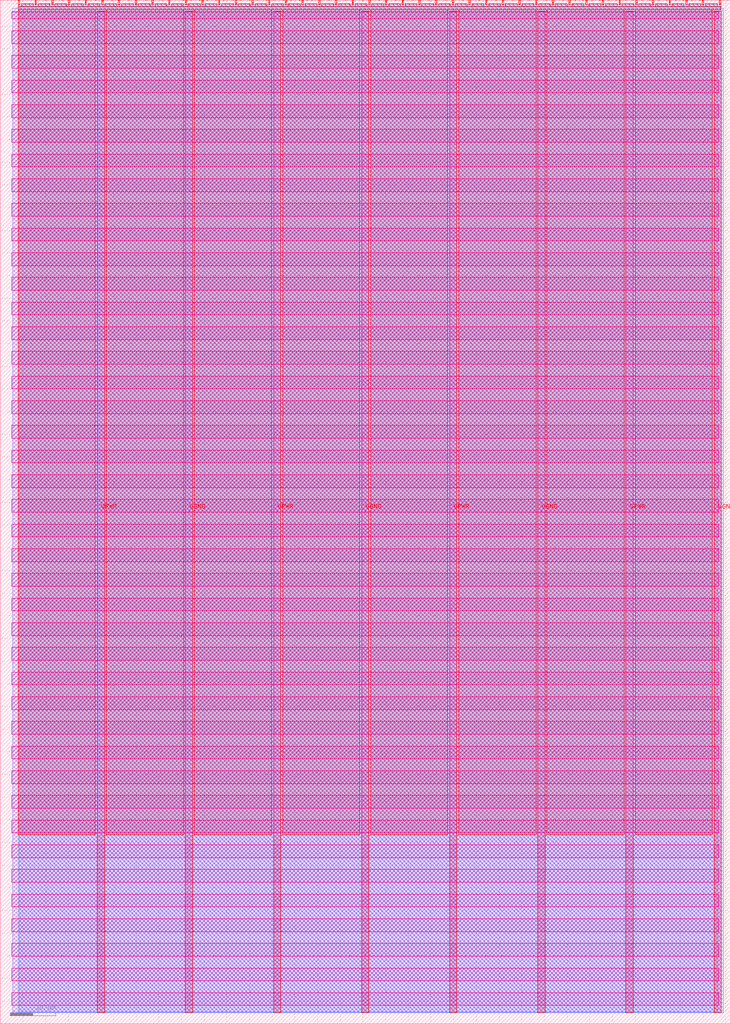
<source format=lef>
VERSION 5.7 ;
  NOWIREEXTENSIONATPIN ON ;
  DIVIDERCHAR "/" ;
  BUSBITCHARS "[]" ;
MACRO tt_um_rejunity_fp4_mul_i8
  CLASS BLOCK ;
  FOREIGN tt_um_rejunity_fp4_mul_i8 ;
  ORIGIN 0.000 0.000 ;
  SIZE 161.000 BY 225.760 ;
  PIN VGND
    DIRECTION INOUT ;
    USE GROUND ;
    PORT
      LAYER met4 ;
        RECT 40.830 2.480 42.430 223.280 ;
    END
    PORT
      LAYER met4 ;
        RECT 79.700 2.480 81.300 223.280 ;
    END
    PORT
      LAYER met4 ;
        RECT 118.570 2.480 120.170 223.280 ;
    END
    PORT
      LAYER met4 ;
        RECT 157.440 2.480 159.040 223.280 ;
    END
  END VGND
  PIN VPWR
    DIRECTION INOUT ;
    USE POWER ;
    PORT
      LAYER met4 ;
        RECT 21.395 2.480 22.995 223.280 ;
    END
    PORT
      LAYER met4 ;
        RECT 60.265 2.480 61.865 223.280 ;
    END
    PORT
      LAYER met4 ;
        RECT 99.135 2.480 100.735 223.280 ;
    END
    PORT
      LAYER met4 ;
        RECT 138.005 2.480 139.605 223.280 ;
    END
  END VPWR
  PIN clk
    DIRECTION INPUT ;
    USE SIGNAL ;
    ANTENNAGATEAREA 0.852000 ;
    PORT
      LAYER met4 ;
        RECT 154.870 224.760 155.170 225.760 ;
    END
  END clk
  PIN ena
    DIRECTION INPUT ;
    USE SIGNAL ;
    ANTENNAGATEAREA 0.213000 ;
    PORT
      LAYER met4 ;
        RECT 158.550 224.760 158.850 225.760 ;
    END
  END ena
  PIN rst_n
    DIRECTION INPUT ;
    USE SIGNAL ;
    ANTENNAGATEAREA 0.213000 ;
    PORT
      LAYER met4 ;
        RECT 151.190 224.760 151.490 225.760 ;
    END
  END rst_n
  PIN ui_in[0]
    DIRECTION INPUT ;
    USE SIGNAL ;
    ANTENNAGATEAREA 0.196500 ;
    PORT
      LAYER met4 ;
        RECT 147.510 224.760 147.810 225.760 ;
    END
  END ui_in[0]
  PIN ui_in[1]
    DIRECTION INPUT ;
    USE SIGNAL ;
    ANTENNAGATEAREA 0.196500 ;
    PORT
      LAYER met4 ;
        RECT 143.830 224.760 144.130 225.760 ;
    END
  END ui_in[1]
  PIN ui_in[2]
    DIRECTION INPUT ;
    USE SIGNAL ;
    ANTENNAGATEAREA 0.196500 ;
    PORT
      LAYER met4 ;
        RECT 140.150 224.760 140.450 225.760 ;
    END
  END ui_in[2]
  PIN ui_in[3]
    DIRECTION INPUT ;
    USE SIGNAL ;
    ANTENNAGATEAREA 0.196500 ;
    PORT
      LAYER met4 ;
        RECT 136.470 224.760 136.770 225.760 ;
    END
  END ui_in[3]
  PIN ui_in[4]
    DIRECTION INPUT ;
    USE SIGNAL ;
    ANTENNAGATEAREA 0.196500 ;
    PORT
      LAYER met4 ;
        RECT 132.790 224.760 133.090 225.760 ;
    END
  END ui_in[4]
  PIN ui_in[5]
    DIRECTION INPUT ;
    USE SIGNAL ;
    ANTENNAGATEAREA 0.196500 ;
    PORT
      LAYER met4 ;
        RECT 129.110 224.760 129.410 225.760 ;
    END
  END ui_in[5]
  PIN ui_in[6]
    DIRECTION INPUT ;
    USE SIGNAL ;
    ANTENNAGATEAREA 0.196500 ;
    PORT
      LAYER met4 ;
        RECT 125.430 224.760 125.730 225.760 ;
    END
  END ui_in[6]
  PIN ui_in[7]
    DIRECTION INPUT ;
    USE SIGNAL ;
    ANTENNAGATEAREA 0.196500 ;
    PORT
      LAYER met4 ;
        RECT 121.750 224.760 122.050 225.760 ;
    END
  END ui_in[7]
  PIN uio_in[0]
    DIRECTION INPUT ;
    USE SIGNAL ;
    ANTENNAGATEAREA 0.196500 ;
    PORT
      LAYER met4 ;
        RECT 118.070 224.760 118.370 225.760 ;
    END
  END uio_in[0]
  PIN uio_in[1]
    DIRECTION INPUT ;
    USE SIGNAL ;
    ANTENNAGATEAREA 0.196500 ;
    PORT
      LAYER met4 ;
        RECT 114.390 224.760 114.690 225.760 ;
    END
  END uio_in[1]
  PIN uio_in[2]
    DIRECTION INPUT ;
    USE SIGNAL ;
    ANTENNAGATEAREA 0.196500 ;
    PORT
      LAYER met4 ;
        RECT 110.710 224.760 111.010 225.760 ;
    END
  END uio_in[2]
  PIN uio_in[3]
    DIRECTION INPUT ;
    USE SIGNAL ;
    ANTENNAGATEAREA 0.196500 ;
    PORT
      LAYER met4 ;
        RECT 107.030 224.760 107.330 225.760 ;
    END
  END uio_in[3]
  PIN uio_in[4]
    DIRECTION INPUT ;
    USE SIGNAL ;
    ANTENNAGATEAREA 0.196500 ;
    PORT
      LAYER met4 ;
        RECT 103.350 224.760 103.650 225.760 ;
    END
  END uio_in[4]
  PIN uio_in[5]
    DIRECTION INPUT ;
    USE SIGNAL ;
    ANTENNAGATEAREA 0.196500 ;
    PORT
      LAYER met4 ;
        RECT 99.670 224.760 99.970 225.760 ;
    END
  END uio_in[5]
  PIN uio_in[6]
    DIRECTION INPUT ;
    USE SIGNAL ;
    ANTENNAGATEAREA 0.196500 ;
    PORT
      LAYER met4 ;
        RECT 95.990 224.760 96.290 225.760 ;
    END
  END uio_in[6]
  PIN uio_in[7]
    DIRECTION INPUT ;
    USE SIGNAL ;
    ANTENNAGATEAREA 0.196500 ;
    PORT
      LAYER met4 ;
        RECT 92.310 224.760 92.610 225.760 ;
    END
  END uio_in[7]
  PIN uio_oe[0]
    DIRECTION OUTPUT TRISTATE ;
    USE SIGNAL ;
    PORT
      LAYER met4 ;
        RECT 29.750 224.760 30.050 225.760 ;
    END
  END uio_oe[0]
  PIN uio_oe[1]
    DIRECTION OUTPUT TRISTATE ;
    USE SIGNAL ;
    PORT
      LAYER met4 ;
        RECT 26.070 224.760 26.370 225.760 ;
    END
  END uio_oe[1]
  PIN uio_oe[2]
    DIRECTION OUTPUT TRISTATE ;
    USE SIGNAL ;
    PORT
      LAYER met4 ;
        RECT 22.390 224.760 22.690 225.760 ;
    END
  END uio_oe[2]
  PIN uio_oe[3]
    DIRECTION OUTPUT TRISTATE ;
    USE SIGNAL ;
    PORT
      LAYER met4 ;
        RECT 18.710 224.760 19.010 225.760 ;
    END
  END uio_oe[3]
  PIN uio_oe[4]
    DIRECTION OUTPUT TRISTATE ;
    USE SIGNAL ;
    PORT
      LAYER met4 ;
        RECT 15.030 224.760 15.330 225.760 ;
    END
  END uio_oe[4]
  PIN uio_oe[5]
    DIRECTION OUTPUT TRISTATE ;
    USE SIGNAL ;
    PORT
      LAYER met4 ;
        RECT 11.350 224.760 11.650 225.760 ;
    END
  END uio_oe[5]
  PIN uio_oe[6]
    DIRECTION OUTPUT TRISTATE ;
    USE SIGNAL ;
    PORT
      LAYER met4 ;
        RECT 7.670 224.760 7.970 225.760 ;
    END
  END uio_oe[6]
  PIN uio_oe[7]
    DIRECTION OUTPUT TRISTATE ;
    USE SIGNAL ;
    PORT
      LAYER met4 ;
        RECT 3.990 224.760 4.290 225.760 ;
    END
  END uio_oe[7]
  PIN uio_out[0]
    DIRECTION OUTPUT TRISTATE ;
    USE SIGNAL ;
    PORT
      LAYER met4 ;
        RECT 59.190 224.760 59.490 225.760 ;
    END
  END uio_out[0]
  PIN uio_out[1]
    DIRECTION OUTPUT TRISTATE ;
    USE SIGNAL ;
    PORT
      LAYER met4 ;
        RECT 55.510 224.760 55.810 225.760 ;
    END
  END uio_out[1]
  PIN uio_out[2]
    DIRECTION OUTPUT TRISTATE ;
    USE SIGNAL ;
    PORT
      LAYER met4 ;
        RECT 51.830 224.760 52.130 225.760 ;
    END
  END uio_out[2]
  PIN uio_out[3]
    DIRECTION OUTPUT TRISTATE ;
    USE SIGNAL ;
    PORT
      LAYER met4 ;
        RECT 48.150 224.760 48.450 225.760 ;
    END
  END uio_out[3]
  PIN uio_out[4]
    DIRECTION OUTPUT TRISTATE ;
    USE SIGNAL ;
    PORT
      LAYER met4 ;
        RECT 44.470 224.760 44.770 225.760 ;
    END
  END uio_out[4]
  PIN uio_out[5]
    DIRECTION OUTPUT TRISTATE ;
    USE SIGNAL ;
    PORT
      LAYER met4 ;
        RECT 40.790 224.760 41.090 225.760 ;
    END
  END uio_out[5]
  PIN uio_out[6]
    DIRECTION OUTPUT TRISTATE ;
    USE SIGNAL ;
    PORT
      LAYER met4 ;
        RECT 37.110 224.760 37.410 225.760 ;
    END
  END uio_out[6]
  PIN uio_out[7]
    DIRECTION OUTPUT TRISTATE ;
    USE SIGNAL ;
    PORT
      LAYER met4 ;
        RECT 33.430 224.760 33.730 225.760 ;
    END
  END uio_out[7]
  PIN uo_out[0]
    DIRECTION OUTPUT TRISTATE ;
    USE SIGNAL ;
    ANTENNADIFFAREA 0.445500 ;
    PORT
      LAYER met4 ;
        RECT 88.630 224.760 88.930 225.760 ;
    END
  END uo_out[0]
  PIN uo_out[1]
    DIRECTION OUTPUT TRISTATE ;
    USE SIGNAL ;
    ANTENNADIFFAREA 0.445500 ;
    PORT
      LAYER met4 ;
        RECT 84.950 224.760 85.250 225.760 ;
    END
  END uo_out[1]
  PIN uo_out[2]
    DIRECTION OUTPUT TRISTATE ;
    USE SIGNAL ;
    ANTENNADIFFAREA 0.445500 ;
    PORT
      LAYER met4 ;
        RECT 81.270 224.760 81.570 225.760 ;
    END
  END uo_out[2]
  PIN uo_out[3]
    DIRECTION OUTPUT TRISTATE ;
    USE SIGNAL ;
    ANTENNADIFFAREA 0.445500 ;
    PORT
      LAYER met4 ;
        RECT 77.590 224.760 77.890 225.760 ;
    END
  END uo_out[3]
  PIN uo_out[4]
    DIRECTION OUTPUT TRISTATE ;
    USE SIGNAL ;
    ANTENNADIFFAREA 0.445500 ;
    PORT
      LAYER met4 ;
        RECT 73.910 224.760 74.210 225.760 ;
    END
  END uo_out[4]
  PIN uo_out[5]
    DIRECTION OUTPUT TRISTATE ;
    USE SIGNAL ;
    ANTENNADIFFAREA 0.445500 ;
    PORT
      LAYER met4 ;
        RECT 70.230 224.760 70.530 225.760 ;
    END
  END uo_out[5]
  PIN uo_out[6]
    DIRECTION OUTPUT TRISTATE ;
    USE SIGNAL ;
    ANTENNADIFFAREA 0.445500 ;
    PORT
      LAYER met4 ;
        RECT 66.550 224.760 66.850 225.760 ;
    END
  END uo_out[6]
  PIN uo_out[7]
    DIRECTION OUTPUT TRISTATE ;
    USE SIGNAL ;
    ANTENNADIFFAREA 0.445500 ;
    PORT
      LAYER met4 ;
        RECT 62.870 224.760 63.170 225.760 ;
    END
  END uo_out[7]
  OBS
      LAYER nwell ;
        RECT 2.570 221.625 158.430 223.230 ;
        RECT 2.570 216.185 158.430 219.015 ;
        RECT 2.570 210.745 158.430 213.575 ;
        RECT 2.570 205.305 158.430 208.135 ;
        RECT 2.570 199.865 158.430 202.695 ;
        RECT 2.570 194.425 158.430 197.255 ;
        RECT 2.570 188.985 158.430 191.815 ;
        RECT 2.570 183.545 158.430 186.375 ;
        RECT 2.570 178.105 158.430 180.935 ;
        RECT 2.570 172.665 158.430 175.495 ;
        RECT 2.570 167.225 158.430 170.055 ;
        RECT 2.570 161.785 158.430 164.615 ;
        RECT 2.570 156.345 158.430 159.175 ;
        RECT 2.570 150.905 158.430 153.735 ;
        RECT 2.570 145.465 158.430 148.295 ;
        RECT 2.570 140.025 158.430 142.855 ;
        RECT 2.570 134.585 158.430 137.415 ;
        RECT 2.570 129.145 158.430 131.975 ;
        RECT 2.570 123.705 158.430 126.535 ;
        RECT 2.570 118.265 158.430 121.095 ;
        RECT 2.570 112.825 158.430 115.655 ;
        RECT 2.570 107.385 158.430 110.215 ;
        RECT 2.570 101.945 158.430 104.775 ;
        RECT 2.570 96.505 158.430 99.335 ;
        RECT 2.570 91.065 158.430 93.895 ;
        RECT 2.570 85.625 158.430 88.455 ;
        RECT 2.570 80.185 158.430 83.015 ;
        RECT 2.570 74.745 158.430 77.575 ;
        RECT 2.570 69.305 158.430 72.135 ;
        RECT 2.570 63.865 158.430 66.695 ;
        RECT 2.570 58.425 158.430 61.255 ;
        RECT 2.570 52.985 158.430 55.815 ;
        RECT 2.570 47.545 158.430 50.375 ;
        RECT 2.570 42.105 158.430 44.935 ;
        RECT 2.570 36.665 158.430 39.495 ;
        RECT 2.570 31.225 158.430 34.055 ;
        RECT 2.570 25.785 158.430 28.615 ;
        RECT 2.570 20.345 158.430 23.175 ;
        RECT 2.570 14.905 158.430 17.735 ;
        RECT 2.570 9.465 158.430 12.295 ;
        RECT 2.570 4.025 158.430 6.855 ;
      LAYER li1 ;
        RECT 2.760 2.635 158.240 223.125 ;
      LAYER met1 ;
        RECT 2.760 2.480 159.460 224.020 ;
      LAYER met2 ;
        RECT 4.230 2.535 159.010 224.245 ;
      LAYER met3 ;
        RECT 3.950 2.555 159.030 224.900 ;
      LAYER met4 ;
        RECT 4.690 224.360 7.270 224.905 ;
        RECT 8.370 224.360 10.950 224.905 ;
        RECT 12.050 224.360 14.630 224.905 ;
        RECT 15.730 224.360 18.310 224.905 ;
        RECT 19.410 224.360 21.990 224.905 ;
        RECT 23.090 224.360 25.670 224.905 ;
        RECT 26.770 224.360 29.350 224.905 ;
        RECT 30.450 224.360 33.030 224.905 ;
        RECT 34.130 224.360 36.710 224.905 ;
        RECT 37.810 224.360 40.390 224.905 ;
        RECT 41.490 224.360 44.070 224.905 ;
        RECT 45.170 224.360 47.750 224.905 ;
        RECT 48.850 224.360 51.430 224.905 ;
        RECT 52.530 224.360 55.110 224.905 ;
        RECT 56.210 224.360 58.790 224.905 ;
        RECT 59.890 224.360 62.470 224.905 ;
        RECT 63.570 224.360 66.150 224.905 ;
        RECT 67.250 224.360 69.830 224.905 ;
        RECT 70.930 224.360 73.510 224.905 ;
        RECT 74.610 224.360 77.190 224.905 ;
        RECT 78.290 224.360 80.870 224.905 ;
        RECT 81.970 224.360 84.550 224.905 ;
        RECT 85.650 224.360 88.230 224.905 ;
        RECT 89.330 224.360 91.910 224.905 ;
        RECT 93.010 224.360 95.590 224.905 ;
        RECT 96.690 224.360 99.270 224.905 ;
        RECT 100.370 224.360 102.950 224.905 ;
        RECT 104.050 224.360 106.630 224.905 ;
        RECT 107.730 224.360 110.310 224.905 ;
        RECT 111.410 224.360 113.990 224.905 ;
        RECT 115.090 224.360 117.670 224.905 ;
        RECT 118.770 224.360 121.350 224.905 ;
        RECT 122.450 224.360 125.030 224.905 ;
        RECT 126.130 224.360 128.710 224.905 ;
        RECT 129.810 224.360 132.390 224.905 ;
        RECT 133.490 224.360 136.070 224.905 ;
        RECT 137.170 224.360 139.750 224.905 ;
        RECT 140.850 224.360 143.430 224.905 ;
        RECT 144.530 224.360 147.110 224.905 ;
        RECT 148.210 224.360 150.790 224.905 ;
        RECT 151.890 224.360 154.470 224.905 ;
        RECT 155.570 224.360 158.150 224.905 ;
        RECT 3.975 223.680 158.865 224.360 ;
        RECT 3.975 41.655 20.995 223.680 ;
        RECT 23.395 41.655 40.430 223.680 ;
        RECT 42.830 41.655 59.865 223.680 ;
        RECT 62.265 41.655 79.300 223.680 ;
        RECT 81.700 41.655 98.735 223.680 ;
        RECT 101.135 41.655 118.170 223.680 ;
        RECT 120.570 41.655 137.605 223.680 ;
        RECT 140.005 41.655 157.040 223.680 ;
  END
END tt_um_rejunity_fp4_mul_i8
END LIBRARY


</source>
